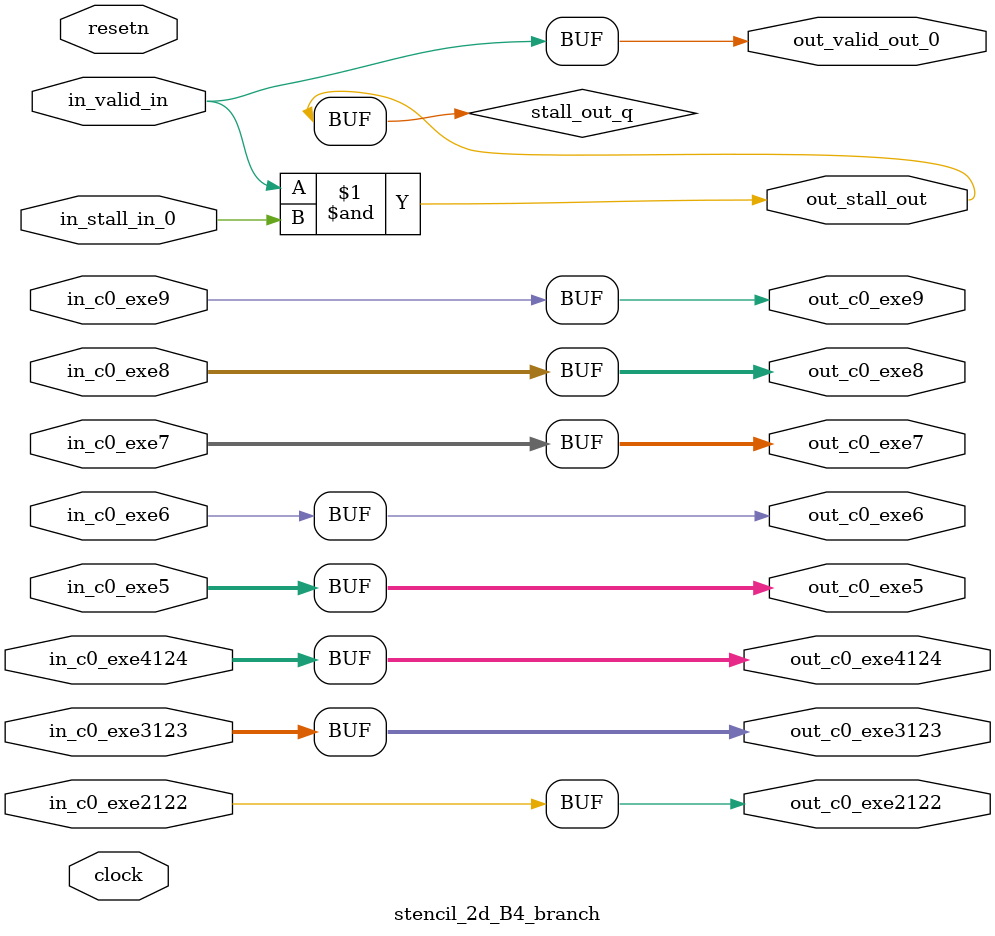
<source format=sv>



(* altera_attribute = "-name AUTO_SHIFT_REGISTER_RECOGNITION OFF; -name MESSAGE_DISABLE 10036; -name MESSAGE_DISABLE 10037; -name MESSAGE_DISABLE 14130; -name MESSAGE_DISABLE 14320; -name MESSAGE_DISABLE 15400; -name MESSAGE_DISABLE 14130; -name MESSAGE_DISABLE 10036; -name MESSAGE_DISABLE 12020; -name MESSAGE_DISABLE 12030; -name MESSAGE_DISABLE 12010; -name MESSAGE_DISABLE 12110; -name MESSAGE_DISABLE 14320; -name MESSAGE_DISABLE 13410; -name MESSAGE_DISABLE 113007; -name MESSAGE_DISABLE 10958" *)
module stencil_2d_B4_branch (
    input wire [0:0] in_c0_exe2122,
    input wire [31:0] in_c0_exe3123,
    input wire [31:0] in_c0_exe4124,
    input wire [31:0] in_c0_exe5,
    input wire [0:0] in_c0_exe6,
    input wire [31:0] in_c0_exe7,
    input wire [31:0] in_c0_exe8,
    input wire [0:0] in_c0_exe9,
    input wire [0:0] in_stall_in_0,
    input wire [0:0] in_valid_in,
    output wire [0:0] out_c0_exe2122,
    output wire [31:0] out_c0_exe3123,
    output wire [31:0] out_c0_exe4124,
    output wire [31:0] out_c0_exe5,
    output wire [0:0] out_c0_exe6,
    output wire [31:0] out_c0_exe7,
    output wire [31:0] out_c0_exe8,
    output wire [0:0] out_c0_exe9,
    output wire [0:0] out_stall_out,
    output wire [0:0] out_valid_out_0,
    input wire clock,
    input wire resetn
    );

    wire [0:0] stall_out_q;
    reg [0:0] rst_sync_rst_sclrn;


    // out_c0_exe2122(GPOUT,12)
    assign out_c0_exe2122 = in_c0_exe2122;

    // out_c0_exe3123(GPOUT,13)
    assign out_c0_exe3123 = in_c0_exe3123;

    // out_c0_exe4124(GPOUT,14)
    assign out_c0_exe4124 = in_c0_exe4124;

    // out_c0_exe5(GPOUT,15)
    assign out_c0_exe5 = in_c0_exe5;

    // out_c0_exe6(GPOUT,16)
    assign out_c0_exe6 = in_c0_exe6;

    // out_c0_exe7(GPOUT,17)
    assign out_c0_exe7 = in_c0_exe7;

    // out_c0_exe8(GPOUT,18)
    assign out_c0_exe8 = in_c0_exe8;

    // out_c0_exe9(GPOUT,19)
    assign out_c0_exe9 = in_c0_exe9;

    // stall_out(LOGICAL,22)
    assign stall_out_q = in_valid_in & in_stall_in_0;

    // out_stall_out(GPOUT,20)
    assign out_stall_out = stall_out_q;

    // out_valid_out_0(GPOUT,21)
    assign out_valid_out_0 = in_valid_in;

    // rst_sync(RESETSYNC,23)
    acl_reset_handler #(
        .ASYNC_RESET(0),
        .USE_SYNCHRONIZER(1),
        .PULSE_EXTENSION(0),
        .PIPE_DEPTH(3),
        .DUPLICATE(1)
    ) therst_sync (
        .clk(clock),
        .i_resetn(resetn),
        .o_sclrn(rst_sync_rst_sclrn)
    );

endmodule

</source>
